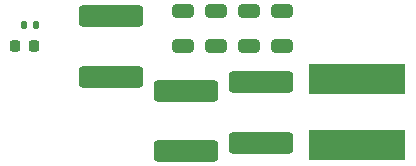
<source format=gbr>
%TF.GenerationSoftware,KiCad,Pcbnew,(7.0.0-0)*%
%TF.CreationDate,2023-08-11T18:05:37-07:00*%
%TF.ProjectId,Headlights_Driver,48656164-6c69-4676-9874-735f44726976,rev?*%
%TF.SameCoordinates,Original*%
%TF.FileFunction,Paste,Bot*%
%TF.FilePolarity,Positive*%
%FSLAX46Y46*%
G04 Gerber Fmt 4.6, Leading zero omitted, Abs format (unit mm)*
G04 Created by KiCad (PCBNEW (7.0.0-0)) date 2023-08-11 18:05:37*
%MOMM*%
%LPD*%
G01*
G04 APERTURE LIST*
G04 Aperture macros list*
%AMRoundRect*
0 Rectangle with rounded corners*
0 $1 Rounding radius*
0 $2 $3 $4 $5 $6 $7 $8 $9 X,Y pos of 4 corners*
0 Add a 4 corners polygon primitive as box body*
4,1,4,$2,$3,$4,$5,$6,$7,$8,$9,$2,$3,0*
0 Add four circle primitives for the rounded corners*
1,1,$1+$1,$2,$3*
1,1,$1+$1,$4,$5*
1,1,$1+$1,$6,$7*
1,1,$1+$1,$8,$9*
0 Add four rect primitives between the rounded corners*
20,1,$1+$1,$2,$3,$4,$5,0*
20,1,$1+$1,$4,$5,$6,$7,0*
20,1,$1+$1,$6,$7,$8,$9,0*
20,1,$1+$1,$8,$9,$2,$3,0*%
G04 Aperture macros list end*
%ADD10RoundRect,0.135000X0.135000X0.185000X-0.135000X0.185000X-0.135000X-0.185000X0.135000X-0.185000X0*%
%ADD11RoundRect,0.250000X2.450000X-0.650000X2.450000X0.650000X-2.450000X0.650000X-2.450000X-0.650000X0*%
%ADD12RoundRect,0.250000X-2.450000X0.650000X-2.450000X-0.650000X2.450000X-0.650000X2.450000X0.650000X0*%
%ADD13RoundRect,0.250000X-0.650000X0.325000X-0.650000X-0.325000X0.650000X-0.325000X0.650000X0.325000X0*%
%ADD14RoundRect,0.218750X0.218750X0.256250X-0.218750X0.256250X-0.218750X-0.256250X0.218750X-0.256250X0*%
%ADD15R,8.200000X2.600000*%
G04 APERTURE END LIST*
D10*
%TO.C,R14*%
X126240000Y-73406000D03*
X125220000Y-73406000D03*
%TD*%
D11*
%TO.C,C22*%
X145288000Y-83322000D03*
X145288000Y-78222000D03*
%TD*%
D12*
%TO.C,C19*%
X132588000Y-72634000D03*
X132588000Y-77734000D03*
%TD*%
D13*
%TO.C,C23*%
X141478000Y-72185000D03*
X141478000Y-75135000D03*
%TD*%
%TO.C,C21*%
X144272000Y-72185000D03*
X144272000Y-75135000D03*
%TD*%
D14*
%TO.C,D3*%
X126009500Y-75184000D03*
X124434500Y-75184000D03*
%TD*%
D13*
%TO.C,C20*%
X147066000Y-72185000D03*
X147066000Y-75135000D03*
%TD*%
%TO.C,C25*%
X138684000Y-72185000D03*
X138684000Y-75135000D03*
%TD*%
D11*
%TO.C,C24*%
X138938000Y-84074000D03*
X138938000Y-78974000D03*
%TD*%
D15*
%TO.C,L1*%
X153415999Y-77971999D03*
X153415999Y-83571999D03*
%TD*%
M02*

</source>
